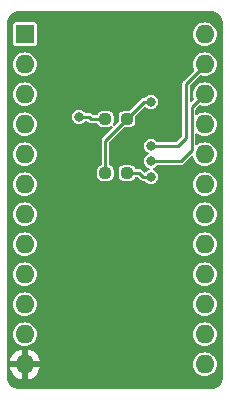
<source format=gbr>
%TF.GenerationSoftware,KiCad,Pcbnew,7.0.7*%
%TF.CreationDate,2025-03-10T13:51:10-04:00*%
%TF.ProjectId,6116 NVRAM,36313136-204e-4565-9241-4d2e6b696361,rev?*%
%TF.SameCoordinates,Original*%
%TF.FileFunction,Copper,L2,Bot*%
%TF.FilePolarity,Positive*%
%FSLAX46Y46*%
G04 Gerber Fmt 4.6, Leading zero omitted, Abs format (unit mm)*
G04 Created by KiCad (PCBNEW 7.0.7) date 2025-03-10 13:51:10*
%MOMM*%
%LPD*%
G01*
G04 APERTURE LIST*
G04 Aperture macros list*
%AMRoundRect*
0 Rectangle with rounded corners*
0 $1 Rounding radius*
0 $2 $3 $4 $5 $6 $7 $8 $9 X,Y pos of 4 corners*
0 Add a 4 corners polygon primitive as box body*
4,1,4,$2,$3,$4,$5,$6,$7,$8,$9,$2,$3,0*
0 Add four circle primitives for the rounded corners*
1,1,$1+$1,$2,$3*
1,1,$1+$1,$4,$5*
1,1,$1+$1,$6,$7*
1,1,$1+$1,$8,$9*
0 Add four rect primitives between the rounded corners*
20,1,$1+$1,$2,$3,$4,$5,0*
20,1,$1+$1,$4,$5,$6,$7,0*
20,1,$1+$1,$6,$7,$8,$9,0*
20,1,$1+$1,$8,$9,$2,$3,0*%
G04 Aperture macros list end*
%TA.AperFunction,SMDPad,CuDef*%
%ADD10RoundRect,0.237500X-0.250000X-0.237500X0.250000X-0.237500X0.250000X0.237500X-0.250000X0.237500X0*%
%TD*%
%TA.AperFunction,SMDPad,CuDef*%
%ADD11RoundRect,0.237500X0.250000X0.237500X-0.250000X0.237500X-0.250000X-0.237500X0.250000X-0.237500X0*%
%TD*%
%TA.AperFunction,ComponentPad*%
%ADD12O,1.600000X1.600000*%
%TD*%
%TA.AperFunction,ComponentPad*%
%ADD13R,1.600000X1.600000*%
%TD*%
%TA.AperFunction,ViaPad*%
%ADD14C,0.800000*%
%TD*%
%TA.AperFunction,Conductor*%
%ADD15C,0.250000*%
%TD*%
G04 APERTURE END LIST*
D10*
%TO.P,R2,2*%
%TO.N,VCC*%
X148844000Y-71628000D03*
%TO.P,R2,1*%
%TO.N,Net-(U1-A12)*%
X147019000Y-71628000D03*
%TD*%
D11*
%TO.P,R1,2*%
%TO.N,VCC*%
X147019000Y-76200000D03*
%TO.P,R1,1*%
%TO.N,Net-(U1-A11)*%
X148844000Y-76200000D03*
%TD*%
D12*
%TO.P,J1,24,Pin_24*%
%TO.N,VCC*%
X155443000Y-64445000D03*
%TO.P,J1,23,Pin_23*%
%TO.N,A_{8}*%
X155443000Y-66985000D03*
%TO.P,J1,22,Pin_22*%
%TO.N,A_{9}*%
X155443000Y-69525000D03*
%TO.P,J1,21,Pin_21*%
%TO.N,~{WE}*%
X155443000Y-72065000D03*
%TO.P,J1,20,Pin_20*%
%TO.N,~{OE}*%
X155443000Y-74605000D03*
%TO.P,J1,19,Pin_19*%
%TO.N,A_{10}*%
X155443000Y-77145000D03*
%TO.P,J1,18,Pin_18*%
%TO.N,~{CS}*%
X155443000Y-79685000D03*
%TO.P,J1,17,Pin_17*%
%TO.N,I{slash}O_{7}*%
X155443000Y-82225000D03*
%TO.P,J1,16,Pin_16*%
%TO.N,I{slash}O_{6}*%
X155443000Y-84765000D03*
%TO.P,J1,15,Pin_15*%
%TO.N,I{slash}O_{5}*%
X155443000Y-87305000D03*
%TO.P,J1,14,Pin_14*%
%TO.N,I{slash}O_{4}*%
X155443000Y-89845000D03*
%TO.P,J1,13,Pin_13*%
%TO.N,I{slash}O_{3}*%
X155443000Y-92385000D03*
%TO.P,J1,12,Pin_12*%
%TO.N,GND*%
X140203000Y-92385000D03*
%TO.P,J1,11,Pin_11*%
%TO.N,I{slash}O_{2}*%
X140203000Y-89845000D03*
%TO.P,J1,10,Pin_10*%
%TO.N,I{slash}O_{1}*%
X140203000Y-87305000D03*
%TO.P,J1,9,Pin_9*%
%TO.N,I{slash}O_{0}*%
X140203000Y-84765000D03*
%TO.P,J1,8,Pin_8*%
%TO.N,A_{0}*%
X140203000Y-82225000D03*
%TO.P,J1,7,Pin_7*%
%TO.N,A_{1}*%
X140203000Y-79685000D03*
%TO.P,J1,6,Pin_6*%
%TO.N,A_{2}*%
X140203000Y-77145000D03*
%TO.P,J1,5,Pin_5*%
%TO.N,A_{3}*%
X140203000Y-74605000D03*
%TO.P,J1,4,Pin_4*%
%TO.N,A_{4}*%
X140203000Y-72065000D03*
%TO.P,J1,3,Pin_3*%
%TO.N,A_{5}*%
X140203000Y-69525000D03*
%TO.P,J1,2,Pin_2*%
%TO.N,A_{6}*%
X140203000Y-66985000D03*
D13*
%TO.P,J1,1,Pin_1*%
%TO.N,A_{7}*%
X140203000Y-64445000D03*
%TD*%
D14*
%TO.N,GND*%
X150368000Y-72136000D03*
X145288000Y-74676000D03*
X147828000Y-77216000D03*
X145288000Y-77216000D03*
X150368000Y-79756000D03*
X145288000Y-79756000D03*
X150368000Y-82296000D03*
X145288000Y-82296000D03*
X150368000Y-87376000D03*
X145288000Y-87376000D03*
X150368000Y-84836000D03*
X145288000Y-84836000D03*
X153924000Y-67056000D03*
X147828000Y-69596000D03*
X147828000Y-84836000D03*
X147828000Y-79756000D03*
X147828000Y-82296000D03*
X147828000Y-87376000D03*
X151892000Y-88900000D03*
X147828000Y-88900000D03*
X143764000Y-88900000D03*
X143764000Y-92964000D03*
X151892000Y-92964000D03*
X147828000Y-92964000D03*
X147828000Y-68072000D03*
X147828000Y-74676000D03*
X143764000Y-68072000D03*
X151892000Y-64516000D03*
X147828000Y-64516000D03*
X143764000Y-64516000D03*
%TO.N,A_{8}*%
X150876000Y-73909701D03*
%TO.N,A_{9}*%
X150876000Y-75184000D03*
%TO.N,VCC*%
X150876000Y-70165000D03*
%TO.N,Net-(U1-A11)*%
X150876000Y-76515000D03*
%TO.N,Net-(U1-A12)*%
X144780000Y-71435000D03*
%TD*%
D15*
%TO.N,VCC*%
X147019000Y-76200000D02*
X147019000Y-73453000D01*
X147019000Y-73453000D02*
X148844000Y-71628000D01*
%TO.N,A_{8}*%
X153868000Y-68636000D02*
X153868000Y-73208000D01*
X153868000Y-73208000D02*
X153166299Y-73909701D01*
X155443000Y-67061000D02*
X153868000Y-68636000D01*
X153166299Y-73909701D02*
X150876000Y-73909701D01*
X155443000Y-66985000D02*
X155443000Y-67061000D01*
%TO.N,A_{9}*%
X153416000Y-75184000D02*
X150876000Y-75184000D01*
X154318000Y-74282000D02*
X153416000Y-75184000D01*
X154318000Y-70650000D02*
X154318000Y-74282000D01*
X155443000Y-69525000D02*
X154318000Y-70650000D01*
%TO.N,Net-(U1-A11)*%
X149860000Y-76200000D02*
X148844000Y-76200000D01*
X150175000Y-76515000D02*
X149860000Y-76200000D01*
X150876000Y-76515000D02*
X150175000Y-76515000D01*
%TO.N,VCC*%
X150307000Y-70165000D02*
X148844000Y-71628000D01*
X150876000Y-70165000D02*
X150307000Y-70165000D01*
%TO.N,Net-(U1-A12)*%
X145796000Y-71628000D02*
X147019000Y-71628000D01*
X145603000Y-71435000D02*
X145796000Y-71628000D01*
X144780000Y-71435000D02*
X145603000Y-71435000D01*
%TD*%
%TA.AperFunction,Conductor*%
%TO.N,GND*%
G36*
X155958138Y-62484687D02*
G01*
X156001477Y-62488478D01*
X156132768Y-62501410D01*
X156148656Y-62504300D01*
X156218267Y-62522951D01*
X156315105Y-62552328D01*
X156328151Y-62557320D01*
X156398575Y-62590159D01*
X156400913Y-62591328D01*
X156487476Y-62637597D01*
X156492512Y-62640690D01*
X156560689Y-62688428D01*
X156563694Y-62690709D01*
X156638120Y-62751789D01*
X156641721Y-62755053D01*
X156700945Y-62814277D01*
X156704209Y-62817878D01*
X156765289Y-62892304D01*
X156767574Y-62895315D01*
X156815302Y-62963477D01*
X156818407Y-62968532D01*
X156864650Y-63055045D01*
X156865854Y-63057454D01*
X156898672Y-63127833D01*
X156903681Y-63140925D01*
X156933055Y-63237759D01*
X156951695Y-63307326D01*
X156954591Y-63323245D01*
X156967523Y-63454547D01*
X156967911Y-63458975D01*
X156971312Y-63497859D01*
X156971500Y-63502160D01*
X156971500Y-93469839D01*
X156971312Y-93474141D01*
X156968998Y-93500587D01*
X156967523Y-93517452D01*
X156954591Y-93648753D01*
X156951695Y-93664671D01*
X156933055Y-93734240D01*
X156903681Y-93831073D01*
X156898668Y-93844176D01*
X156865857Y-93914538D01*
X156864650Y-93916953D01*
X156818412Y-94003458D01*
X156815302Y-94008521D01*
X156767574Y-94076683D01*
X156765289Y-94079694D01*
X156704209Y-94154120D01*
X156700945Y-94157721D01*
X156641721Y-94216945D01*
X156638120Y-94220209D01*
X156563694Y-94281289D01*
X156560683Y-94283574D01*
X156492521Y-94331302D01*
X156487458Y-94334412D01*
X156400953Y-94380650D01*
X156398538Y-94381857D01*
X156328176Y-94414668D01*
X156315073Y-94419681D01*
X156218240Y-94449055D01*
X156148671Y-94467695D01*
X156132753Y-94470591D01*
X156001452Y-94483523D01*
X155958157Y-94487311D01*
X155953841Y-94487500D01*
X139702160Y-94487500D01*
X139697859Y-94487312D01*
X139667732Y-94484676D01*
X139654547Y-94483523D01*
X139523245Y-94470591D01*
X139507326Y-94467695D01*
X139437759Y-94449055D01*
X139423985Y-94444876D01*
X139340922Y-94419679D01*
X139327833Y-94414672D01*
X139257454Y-94381854D01*
X139255057Y-94380656D01*
X139168532Y-94334407D01*
X139163477Y-94331302D01*
X139095315Y-94283574D01*
X139092304Y-94281289D01*
X139017878Y-94220209D01*
X139014277Y-94216945D01*
X138955053Y-94157721D01*
X138951789Y-94154120D01*
X138890709Y-94079694D01*
X138888424Y-94076683D01*
X138840690Y-94008512D01*
X138837597Y-94003476D01*
X138791328Y-93916913D01*
X138790159Y-93914575D01*
X138757320Y-93844151D01*
X138752328Y-93831105D01*
X138722951Y-93734267D01*
X138704300Y-93664656D01*
X138701410Y-93648768D01*
X138688477Y-93517452D01*
X138684687Y-93474139D01*
X138684500Y-93469842D01*
X138684500Y-92635000D01*
X138924128Y-92635000D01*
X138976733Y-92831323D01*
X139072865Y-93037481D01*
X139203334Y-93223811D01*
X139364188Y-93384665D01*
X139550518Y-93515134D01*
X139756676Y-93611266D01*
X139953000Y-93663872D01*
X139953000Y-92865859D01*
X139971907Y-92807668D01*
X140021407Y-92771704D01*
X140069720Y-92771704D01*
X140070157Y-92768946D01*
X140077851Y-92770164D01*
X140077852Y-92770165D01*
X140106378Y-92774682D01*
X140171516Y-92785000D01*
X140171519Y-92785000D01*
X140234484Y-92785000D01*
X140299621Y-92774682D01*
X140328148Y-92770165D01*
X140328148Y-92770164D01*
X140335843Y-92768946D01*
X140336280Y-92771707D01*
X140384578Y-92771700D01*
X140434084Y-92807656D01*
X140453000Y-92865843D01*
X140453000Y-93663871D01*
X140649323Y-93611266D01*
X140855481Y-93515134D01*
X141041811Y-93384665D01*
X141202665Y-93223811D01*
X141333134Y-93037481D01*
X141429266Y-92831323D01*
X141481872Y-92635000D01*
X140683860Y-92635000D01*
X140625669Y-92616093D01*
X140589705Y-92566593D01*
X140589701Y-92518279D01*
X140586946Y-92517843D01*
X140607986Y-92385003D01*
X154437659Y-92385003D01*
X154456974Y-92581126D01*
X154456975Y-92581129D01*
X154514187Y-92769730D01*
X154514188Y-92769732D01*
X154585218Y-92902618D01*
X154607090Y-92943538D01*
X154607092Y-92943540D01*
X154607093Y-92943542D01*
X154732112Y-93095878D01*
X154732121Y-93095887D01*
X154884457Y-93220906D01*
X154884462Y-93220910D01*
X155058273Y-93313814D01*
X155246868Y-93371024D01*
X155246870Y-93371024D01*
X155246873Y-93371025D01*
X155442997Y-93390341D01*
X155443000Y-93390341D01*
X155443003Y-93390341D01*
X155639126Y-93371025D01*
X155639127Y-93371024D01*
X155639132Y-93371024D01*
X155827727Y-93313814D01*
X156001538Y-93220910D01*
X156153883Y-93095883D01*
X156278910Y-92943538D01*
X156371814Y-92769727D01*
X156429024Y-92581132D01*
X156430455Y-92566610D01*
X156448341Y-92385003D01*
X156448341Y-92384996D01*
X156429025Y-92188873D01*
X156429024Y-92188870D01*
X156429024Y-92188868D01*
X156371814Y-92000273D01*
X156370758Y-91998298D01*
X156320430Y-91904140D01*
X156278910Y-91826462D01*
X156201812Y-91732518D01*
X156153887Y-91674121D01*
X156153878Y-91674112D01*
X156001542Y-91549093D01*
X156001540Y-91549092D01*
X156001538Y-91549090D01*
X155960618Y-91527218D01*
X155827732Y-91456188D01*
X155827730Y-91456187D01*
X155639129Y-91398975D01*
X155639126Y-91398974D01*
X155443003Y-91379659D01*
X155442997Y-91379659D01*
X155246873Y-91398974D01*
X155246870Y-91398975D01*
X155058269Y-91456187D01*
X155058267Y-91456188D01*
X154884467Y-91549087D01*
X154884457Y-91549093D01*
X154732121Y-91674112D01*
X154732112Y-91674121D01*
X154607093Y-91826457D01*
X154607087Y-91826467D01*
X154514188Y-92000267D01*
X154514187Y-92000269D01*
X154456975Y-92188870D01*
X154456974Y-92188873D01*
X154437659Y-92384996D01*
X154437659Y-92385003D01*
X140607986Y-92385003D01*
X140607986Y-92385000D01*
X140607986Y-92384999D01*
X140586946Y-92252157D01*
X140589702Y-92251720D01*
X140589711Y-92203390D01*
X140625684Y-92153897D01*
X140683860Y-92135000D01*
X141481872Y-92135000D01*
X141429266Y-91938676D01*
X141333134Y-91732518D01*
X141202665Y-91546188D01*
X141041811Y-91385334D01*
X140855481Y-91254865D01*
X140649323Y-91158732D01*
X140453000Y-91106127D01*
X140453000Y-91904140D01*
X140434093Y-91962331D01*
X140384593Y-91998295D01*
X140336279Y-91998298D01*
X140335843Y-92001054D01*
X140328148Y-91999835D01*
X140299621Y-91995317D01*
X140234484Y-91985000D01*
X140234481Y-91985000D01*
X140171519Y-91985000D01*
X140171516Y-91985000D01*
X140106378Y-91995317D01*
X140077852Y-91999835D01*
X140077851Y-91999835D01*
X140070157Y-92001054D01*
X140069720Y-91998297D01*
X140021390Y-91998289D01*
X139971897Y-91962316D01*
X139953000Y-91904140D01*
X139953000Y-91106127D01*
X139756676Y-91158732D01*
X139550518Y-91254865D01*
X139364188Y-91385334D01*
X139203334Y-91546188D01*
X139072865Y-91732518D01*
X138976733Y-91938676D01*
X138924128Y-92135000D01*
X139722140Y-92135000D01*
X139780331Y-92153907D01*
X139816295Y-92203407D01*
X139816298Y-92251720D01*
X139819054Y-92252157D01*
X139798014Y-92384999D01*
X139798014Y-92385000D01*
X139819054Y-92517843D01*
X139816297Y-92518279D01*
X139816289Y-92566610D01*
X139780316Y-92616103D01*
X139722140Y-92635000D01*
X138924128Y-92635000D01*
X138684500Y-92635000D01*
X138684500Y-89845003D01*
X139197659Y-89845003D01*
X139216974Y-90041126D01*
X139216975Y-90041129D01*
X139274187Y-90229730D01*
X139274188Y-90229732D01*
X139345218Y-90362618D01*
X139367090Y-90403538D01*
X139367092Y-90403540D01*
X139367093Y-90403542D01*
X139492112Y-90555878D01*
X139492121Y-90555887D01*
X139644457Y-90680906D01*
X139644462Y-90680910D01*
X139818273Y-90773814D01*
X140006868Y-90831024D01*
X140006870Y-90831024D01*
X140006873Y-90831025D01*
X140202997Y-90850341D01*
X140203000Y-90850341D01*
X140203003Y-90850341D01*
X140399126Y-90831025D01*
X140399127Y-90831024D01*
X140399132Y-90831024D01*
X140587727Y-90773814D01*
X140761538Y-90680910D01*
X140913883Y-90555883D01*
X141038910Y-90403538D01*
X141131814Y-90229727D01*
X141189024Y-90041132D01*
X141208341Y-89845003D01*
X154437659Y-89845003D01*
X154456974Y-90041126D01*
X154456975Y-90041129D01*
X154514187Y-90229730D01*
X154514188Y-90229732D01*
X154585218Y-90362618D01*
X154607090Y-90403538D01*
X154607092Y-90403540D01*
X154607093Y-90403542D01*
X154732112Y-90555878D01*
X154732121Y-90555887D01*
X154884457Y-90680906D01*
X154884462Y-90680910D01*
X155058273Y-90773814D01*
X155246868Y-90831024D01*
X155246870Y-90831024D01*
X155246873Y-90831025D01*
X155442997Y-90850341D01*
X155443000Y-90850341D01*
X155443003Y-90850341D01*
X155639126Y-90831025D01*
X155639127Y-90831024D01*
X155639132Y-90831024D01*
X155827727Y-90773814D01*
X156001538Y-90680910D01*
X156153883Y-90555883D01*
X156278910Y-90403538D01*
X156371814Y-90229727D01*
X156429024Y-90041132D01*
X156448341Y-89845000D01*
X156448341Y-89844996D01*
X156429025Y-89648873D01*
X156429024Y-89648870D01*
X156429024Y-89648868D01*
X156371814Y-89460273D01*
X156278910Y-89286462D01*
X156278906Y-89286457D01*
X156153887Y-89134121D01*
X156153878Y-89134112D01*
X156001542Y-89009093D01*
X156001540Y-89009092D01*
X156001538Y-89009090D01*
X155960618Y-88987218D01*
X155827732Y-88916188D01*
X155827730Y-88916187D01*
X155639129Y-88858975D01*
X155639126Y-88858974D01*
X155443003Y-88839659D01*
X155442997Y-88839659D01*
X155246873Y-88858974D01*
X155246870Y-88858975D01*
X155058269Y-88916187D01*
X155058267Y-88916188D01*
X154884467Y-89009087D01*
X154884457Y-89009093D01*
X154732121Y-89134112D01*
X154732112Y-89134121D01*
X154607093Y-89286457D01*
X154607087Y-89286467D01*
X154514188Y-89460267D01*
X154514187Y-89460269D01*
X154456975Y-89648870D01*
X154456974Y-89648873D01*
X154437659Y-89844996D01*
X154437659Y-89845003D01*
X141208341Y-89845003D01*
X141208341Y-89845000D01*
X141208341Y-89844996D01*
X141189025Y-89648873D01*
X141189024Y-89648870D01*
X141189024Y-89648868D01*
X141131814Y-89460273D01*
X141038910Y-89286462D01*
X141038906Y-89286457D01*
X140913887Y-89134121D01*
X140913878Y-89134112D01*
X140761542Y-89009093D01*
X140761540Y-89009092D01*
X140761538Y-89009090D01*
X140720618Y-88987218D01*
X140587732Y-88916188D01*
X140587730Y-88916187D01*
X140399129Y-88858975D01*
X140399126Y-88858974D01*
X140203003Y-88839659D01*
X140202997Y-88839659D01*
X140006873Y-88858974D01*
X140006870Y-88858975D01*
X139818269Y-88916187D01*
X139818267Y-88916188D01*
X139644467Y-89009087D01*
X139644457Y-89009093D01*
X139492121Y-89134112D01*
X139492112Y-89134121D01*
X139367093Y-89286457D01*
X139367087Y-89286467D01*
X139274188Y-89460267D01*
X139274187Y-89460269D01*
X139216975Y-89648870D01*
X139216974Y-89648873D01*
X139197659Y-89844996D01*
X139197659Y-89845003D01*
X138684500Y-89845003D01*
X138684500Y-87305003D01*
X139197659Y-87305003D01*
X139216974Y-87501126D01*
X139216975Y-87501129D01*
X139274187Y-87689730D01*
X139274188Y-87689732D01*
X139345218Y-87822618D01*
X139367090Y-87863538D01*
X139367092Y-87863540D01*
X139367093Y-87863542D01*
X139492112Y-88015878D01*
X139492121Y-88015887D01*
X139644457Y-88140906D01*
X139644462Y-88140910D01*
X139818273Y-88233814D01*
X140006868Y-88291024D01*
X140006870Y-88291024D01*
X140006873Y-88291025D01*
X140202997Y-88310341D01*
X140203000Y-88310341D01*
X140203003Y-88310341D01*
X140399126Y-88291025D01*
X140399127Y-88291024D01*
X140399132Y-88291024D01*
X140587727Y-88233814D01*
X140761538Y-88140910D01*
X140913883Y-88015883D01*
X141038910Y-87863538D01*
X141131814Y-87689727D01*
X141189024Y-87501132D01*
X141208341Y-87305003D01*
X154437659Y-87305003D01*
X154456974Y-87501126D01*
X154456975Y-87501129D01*
X154514187Y-87689730D01*
X154514188Y-87689732D01*
X154585218Y-87822618D01*
X154607090Y-87863538D01*
X154607092Y-87863540D01*
X154607093Y-87863542D01*
X154732112Y-88015878D01*
X154732121Y-88015887D01*
X154884457Y-88140906D01*
X154884462Y-88140910D01*
X155058273Y-88233814D01*
X155246868Y-88291024D01*
X155246870Y-88291024D01*
X155246873Y-88291025D01*
X155442997Y-88310341D01*
X155443000Y-88310341D01*
X155443003Y-88310341D01*
X155639126Y-88291025D01*
X155639127Y-88291024D01*
X155639132Y-88291024D01*
X155827727Y-88233814D01*
X156001538Y-88140910D01*
X156153883Y-88015883D01*
X156278910Y-87863538D01*
X156371814Y-87689727D01*
X156429024Y-87501132D01*
X156448341Y-87305000D01*
X156448341Y-87304996D01*
X156429025Y-87108873D01*
X156429024Y-87108870D01*
X156429024Y-87108868D01*
X156371814Y-86920273D01*
X156278910Y-86746462D01*
X156278906Y-86746457D01*
X156153887Y-86594121D01*
X156153878Y-86594112D01*
X156001542Y-86469093D01*
X156001540Y-86469092D01*
X156001538Y-86469090D01*
X155960618Y-86447218D01*
X155827732Y-86376188D01*
X155827730Y-86376187D01*
X155639129Y-86318975D01*
X155639126Y-86318974D01*
X155443003Y-86299659D01*
X155442997Y-86299659D01*
X155246873Y-86318974D01*
X155246870Y-86318975D01*
X155058269Y-86376187D01*
X155058267Y-86376188D01*
X154884467Y-86469087D01*
X154884457Y-86469093D01*
X154732121Y-86594112D01*
X154732112Y-86594121D01*
X154607093Y-86746457D01*
X154607087Y-86746467D01*
X154514188Y-86920267D01*
X154514187Y-86920269D01*
X154456975Y-87108870D01*
X154456974Y-87108873D01*
X154437659Y-87304996D01*
X154437659Y-87305003D01*
X141208341Y-87305003D01*
X141208341Y-87305000D01*
X141208341Y-87304996D01*
X141189025Y-87108873D01*
X141189024Y-87108870D01*
X141189024Y-87108868D01*
X141131814Y-86920273D01*
X141038910Y-86746462D01*
X141038906Y-86746457D01*
X140913887Y-86594121D01*
X140913878Y-86594112D01*
X140761542Y-86469093D01*
X140761540Y-86469092D01*
X140761538Y-86469090D01*
X140720618Y-86447218D01*
X140587732Y-86376188D01*
X140587730Y-86376187D01*
X140399129Y-86318975D01*
X140399126Y-86318974D01*
X140203003Y-86299659D01*
X140202997Y-86299659D01*
X140006873Y-86318974D01*
X140006870Y-86318975D01*
X139818269Y-86376187D01*
X139818267Y-86376188D01*
X139644467Y-86469087D01*
X139644457Y-86469093D01*
X139492121Y-86594112D01*
X139492112Y-86594121D01*
X139367093Y-86746457D01*
X139367087Y-86746467D01*
X139274188Y-86920267D01*
X139274187Y-86920269D01*
X139216975Y-87108870D01*
X139216974Y-87108873D01*
X139197659Y-87304996D01*
X139197659Y-87305003D01*
X138684500Y-87305003D01*
X138684500Y-84765003D01*
X139197659Y-84765003D01*
X139216974Y-84961126D01*
X139216975Y-84961129D01*
X139274187Y-85149730D01*
X139274188Y-85149732D01*
X139345218Y-85282618D01*
X139367090Y-85323538D01*
X139367092Y-85323540D01*
X139367093Y-85323542D01*
X139492112Y-85475878D01*
X139492121Y-85475887D01*
X139644457Y-85600906D01*
X139644462Y-85600910D01*
X139818273Y-85693814D01*
X140006868Y-85751024D01*
X140006870Y-85751024D01*
X140006873Y-85751025D01*
X140202997Y-85770341D01*
X140203000Y-85770341D01*
X140203003Y-85770341D01*
X140399126Y-85751025D01*
X140399127Y-85751024D01*
X140399132Y-85751024D01*
X140587727Y-85693814D01*
X140761538Y-85600910D01*
X140913883Y-85475883D01*
X141038910Y-85323538D01*
X141131814Y-85149727D01*
X141189024Y-84961132D01*
X141208341Y-84765003D01*
X154437659Y-84765003D01*
X154456974Y-84961126D01*
X154456975Y-84961129D01*
X154514187Y-85149730D01*
X154514188Y-85149732D01*
X154585218Y-85282618D01*
X154607090Y-85323538D01*
X154607092Y-85323540D01*
X154607093Y-85323542D01*
X154732112Y-85475878D01*
X154732121Y-85475887D01*
X154884457Y-85600906D01*
X154884462Y-85600910D01*
X155058273Y-85693814D01*
X155246868Y-85751024D01*
X155246870Y-85751024D01*
X155246873Y-85751025D01*
X155442997Y-85770341D01*
X155443000Y-85770341D01*
X155443003Y-85770341D01*
X155639126Y-85751025D01*
X155639127Y-85751024D01*
X155639132Y-85751024D01*
X155827727Y-85693814D01*
X156001538Y-85600910D01*
X156153883Y-85475883D01*
X156278910Y-85323538D01*
X156371814Y-85149727D01*
X156429024Y-84961132D01*
X156448341Y-84765000D01*
X156448341Y-84764996D01*
X156429025Y-84568873D01*
X156429024Y-84568870D01*
X156429024Y-84568868D01*
X156371814Y-84380273D01*
X156278910Y-84206462D01*
X156278906Y-84206457D01*
X156153887Y-84054121D01*
X156153878Y-84054112D01*
X156001542Y-83929093D01*
X156001540Y-83929092D01*
X156001538Y-83929090D01*
X155960618Y-83907218D01*
X155827732Y-83836188D01*
X155827730Y-83836187D01*
X155639129Y-83778975D01*
X155639126Y-83778974D01*
X155443003Y-83759659D01*
X155442997Y-83759659D01*
X155246873Y-83778974D01*
X155246870Y-83778975D01*
X155058269Y-83836187D01*
X155058267Y-83836188D01*
X154884467Y-83929087D01*
X154884457Y-83929093D01*
X154732121Y-84054112D01*
X154732112Y-84054121D01*
X154607093Y-84206457D01*
X154607087Y-84206467D01*
X154514188Y-84380267D01*
X154514187Y-84380269D01*
X154456975Y-84568870D01*
X154456974Y-84568873D01*
X154437659Y-84764996D01*
X154437659Y-84765003D01*
X141208341Y-84765003D01*
X141208341Y-84765000D01*
X141208341Y-84764996D01*
X141189025Y-84568873D01*
X141189024Y-84568870D01*
X141189024Y-84568868D01*
X141131814Y-84380273D01*
X141038910Y-84206462D01*
X141038906Y-84206457D01*
X140913887Y-84054121D01*
X140913878Y-84054112D01*
X140761542Y-83929093D01*
X140761540Y-83929092D01*
X140761538Y-83929090D01*
X140720618Y-83907218D01*
X140587732Y-83836188D01*
X140587730Y-83836187D01*
X140399129Y-83778975D01*
X140399126Y-83778974D01*
X140203003Y-83759659D01*
X140202997Y-83759659D01*
X140006873Y-83778974D01*
X140006870Y-83778975D01*
X139818269Y-83836187D01*
X139818267Y-83836188D01*
X139644467Y-83929087D01*
X139644457Y-83929093D01*
X139492121Y-84054112D01*
X139492112Y-84054121D01*
X139367093Y-84206457D01*
X139367087Y-84206467D01*
X139274188Y-84380267D01*
X139274187Y-84380269D01*
X139216975Y-84568870D01*
X139216974Y-84568873D01*
X139197659Y-84764996D01*
X139197659Y-84765003D01*
X138684500Y-84765003D01*
X138684500Y-82225003D01*
X139197659Y-82225003D01*
X139216974Y-82421126D01*
X139216975Y-82421129D01*
X139274187Y-82609730D01*
X139274188Y-82609732D01*
X139345218Y-82742618D01*
X139367090Y-82783538D01*
X139367092Y-82783540D01*
X139367093Y-82783542D01*
X139492112Y-82935878D01*
X139492121Y-82935887D01*
X139644457Y-83060906D01*
X139644462Y-83060910D01*
X139818273Y-83153814D01*
X140006868Y-83211024D01*
X140006870Y-83211024D01*
X140006873Y-83211025D01*
X140202997Y-83230341D01*
X140203000Y-83230341D01*
X140203003Y-83230341D01*
X140399126Y-83211025D01*
X140399127Y-83211024D01*
X140399132Y-83211024D01*
X140587727Y-83153814D01*
X140761538Y-83060910D01*
X140913883Y-82935883D01*
X141038910Y-82783538D01*
X141131814Y-82609727D01*
X141189024Y-82421132D01*
X141208341Y-82225003D01*
X154437659Y-82225003D01*
X154456974Y-82421126D01*
X154456975Y-82421129D01*
X154514187Y-82609730D01*
X154514188Y-82609732D01*
X154585218Y-82742618D01*
X154607090Y-82783538D01*
X154607092Y-82783540D01*
X154607093Y-82783542D01*
X154732112Y-82935878D01*
X154732121Y-82935887D01*
X154884457Y-83060906D01*
X154884462Y-83060910D01*
X155058273Y-83153814D01*
X155246868Y-83211024D01*
X155246870Y-83211024D01*
X155246873Y-83211025D01*
X155442997Y-83230341D01*
X155443000Y-83230341D01*
X155443003Y-83230341D01*
X155639126Y-83211025D01*
X155639127Y-83211024D01*
X155639132Y-83211024D01*
X155827727Y-83153814D01*
X156001538Y-83060910D01*
X156153883Y-82935883D01*
X156278910Y-82783538D01*
X156371814Y-82609727D01*
X156429024Y-82421132D01*
X156448341Y-82225000D01*
X156448341Y-82224996D01*
X156429025Y-82028873D01*
X156429024Y-82028870D01*
X156429024Y-82028868D01*
X156371814Y-81840273D01*
X156278910Y-81666462D01*
X156278906Y-81666457D01*
X156153887Y-81514121D01*
X156153878Y-81514112D01*
X156001542Y-81389093D01*
X156001540Y-81389092D01*
X156001538Y-81389090D01*
X155960618Y-81367218D01*
X155827732Y-81296188D01*
X155827730Y-81296187D01*
X155639129Y-81238975D01*
X155639126Y-81238974D01*
X155443003Y-81219659D01*
X155442997Y-81219659D01*
X155246873Y-81238974D01*
X155246870Y-81238975D01*
X155058269Y-81296187D01*
X155058267Y-81296188D01*
X154884467Y-81389087D01*
X154884457Y-81389093D01*
X154732121Y-81514112D01*
X154732112Y-81514121D01*
X154607093Y-81666457D01*
X154607087Y-81666467D01*
X154514188Y-81840267D01*
X154514187Y-81840269D01*
X154456975Y-82028870D01*
X154456974Y-82028873D01*
X154437659Y-82224996D01*
X154437659Y-82225003D01*
X141208341Y-82225003D01*
X141208341Y-82225000D01*
X141208341Y-82224996D01*
X141189025Y-82028873D01*
X141189024Y-82028870D01*
X141189024Y-82028868D01*
X141131814Y-81840273D01*
X141038910Y-81666462D01*
X141038906Y-81666457D01*
X140913887Y-81514121D01*
X140913878Y-81514112D01*
X140761542Y-81389093D01*
X140761540Y-81389092D01*
X140761538Y-81389090D01*
X140720618Y-81367218D01*
X140587732Y-81296188D01*
X140587730Y-81296187D01*
X140399129Y-81238975D01*
X140399126Y-81238974D01*
X140203003Y-81219659D01*
X140202997Y-81219659D01*
X140006873Y-81238974D01*
X140006870Y-81238975D01*
X139818269Y-81296187D01*
X139818267Y-81296188D01*
X139644467Y-81389087D01*
X139644457Y-81389093D01*
X139492121Y-81514112D01*
X139492112Y-81514121D01*
X139367093Y-81666457D01*
X139367087Y-81666467D01*
X139274188Y-81840267D01*
X139274187Y-81840269D01*
X139216975Y-82028870D01*
X139216974Y-82028873D01*
X139197659Y-82224996D01*
X139197659Y-82225003D01*
X138684500Y-82225003D01*
X138684500Y-79685003D01*
X139197659Y-79685003D01*
X139216974Y-79881126D01*
X139216975Y-79881129D01*
X139274187Y-80069730D01*
X139274188Y-80069732D01*
X139345218Y-80202618D01*
X139367090Y-80243538D01*
X139367092Y-80243540D01*
X139367093Y-80243542D01*
X139492112Y-80395878D01*
X139492121Y-80395887D01*
X139644457Y-80520906D01*
X139644462Y-80520910D01*
X139818273Y-80613814D01*
X140006868Y-80671024D01*
X140006870Y-80671024D01*
X140006873Y-80671025D01*
X140202997Y-80690341D01*
X140203000Y-80690341D01*
X140203003Y-80690341D01*
X140399126Y-80671025D01*
X140399127Y-80671024D01*
X140399132Y-80671024D01*
X140587727Y-80613814D01*
X140761538Y-80520910D01*
X140913883Y-80395883D01*
X141038910Y-80243538D01*
X141131814Y-80069727D01*
X141189024Y-79881132D01*
X141208341Y-79685003D01*
X154437659Y-79685003D01*
X154456974Y-79881126D01*
X154456975Y-79881129D01*
X154514187Y-80069730D01*
X154514188Y-80069732D01*
X154585218Y-80202618D01*
X154607090Y-80243538D01*
X154607092Y-80243540D01*
X154607093Y-80243542D01*
X154732112Y-80395878D01*
X154732121Y-80395887D01*
X154884457Y-80520906D01*
X154884462Y-80520910D01*
X155058273Y-80613814D01*
X155246868Y-80671024D01*
X155246870Y-80671024D01*
X155246873Y-80671025D01*
X155442997Y-80690341D01*
X155443000Y-80690341D01*
X155443003Y-80690341D01*
X155639126Y-80671025D01*
X155639127Y-80671024D01*
X155639132Y-80671024D01*
X155827727Y-80613814D01*
X156001538Y-80520910D01*
X156153883Y-80395883D01*
X156278910Y-80243538D01*
X156371814Y-80069727D01*
X156429024Y-79881132D01*
X156448341Y-79685000D01*
X156448341Y-79684996D01*
X156429025Y-79488873D01*
X156429024Y-79488870D01*
X156429024Y-79488868D01*
X156371814Y-79300273D01*
X156278910Y-79126462D01*
X156278906Y-79126457D01*
X156153887Y-78974121D01*
X156153878Y-78974112D01*
X156001542Y-78849093D01*
X156001540Y-78849092D01*
X156001538Y-78849090D01*
X155960618Y-78827218D01*
X155827732Y-78756188D01*
X155827730Y-78756187D01*
X155639129Y-78698975D01*
X155639126Y-78698974D01*
X155443003Y-78679659D01*
X155442997Y-78679659D01*
X155246873Y-78698974D01*
X155246870Y-78698975D01*
X155058269Y-78756187D01*
X155058267Y-78756188D01*
X154884467Y-78849087D01*
X154884457Y-78849093D01*
X154732121Y-78974112D01*
X154732112Y-78974121D01*
X154607093Y-79126457D01*
X154607087Y-79126467D01*
X154514188Y-79300267D01*
X154514187Y-79300269D01*
X154456975Y-79488870D01*
X154456974Y-79488873D01*
X154437659Y-79684996D01*
X154437659Y-79685003D01*
X141208341Y-79685003D01*
X141208341Y-79685000D01*
X141208341Y-79684996D01*
X141189025Y-79488873D01*
X141189024Y-79488870D01*
X141189024Y-79488868D01*
X141131814Y-79300273D01*
X141038910Y-79126462D01*
X141038906Y-79126457D01*
X140913887Y-78974121D01*
X140913878Y-78974112D01*
X140761542Y-78849093D01*
X140761540Y-78849092D01*
X140761538Y-78849090D01*
X140720618Y-78827218D01*
X140587732Y-78756188D01*
X140587730Y-78756187D01*
X140399129Y-78698975D01*
X140399126Y-78698974D01*
X140203003Y-78679659D01*
X140202997Y-78679659D01*
X140006873Y-78698974D01*
X140006870Y-78698975D01*
X139818269Y-78756187D01*
X139818267Y-78756188D01*
X139644467Y-78849087D01*
X139644457Y-78849093D01*
X139492121Y-78974112D01*
X139492112Y-78974121D01*
X139367093Y-79126457D01*
X139367087Y-79126467D01*
X139274188Y-79300267D01*
X139274187Y-79300269D01*
X139216975Y-79488870D01*
X139216974Y-79488873D01*
X139197659Y-79684996D01*
X139197659Y-79685003D01*
X138684500Y-79685003D01*
X138684500Y-77145003D01*
X139197659Y-77145003D01*
X139216974Y-77341126D01*
X139216975Y-77341129D01*
X139274187Y-77529730D01*
X139274188Y-77529732D01*
X139345218Y-77662618D01*
X139367090Y-77703538D01*
X139367092Y-77703540D01*
X139367093Y-77703542D01*
X139492112Y-77855878D01*
X139492121Y-77855887D01*
X139644457Y-77980906D01*
X139644462Y-77980910D01*
X139818273Y-78073814D01*
X140006868Y-78131024D01*
X140006870Y-78131024D01*
X140006873Y-78131025D01*
X140202997Y-78150341D01*
X140203000Y-78150341D01*
X140203003Y-78150341D01*
X140399126Y-78131025D01*
X140399127Y-78131024D01*
X140399132Y-78131024D01*
X140587727Y-78073814D01*
X140761538Y-77980910D01*
X140913883Y-77855883D01*
X141038910Y-77703538D01*
X141131814Y-77529727D01*
X141189024Y-77341132D01*
X141208341Y-77145003D01*
X154437659Y-77145003D01*
X154456974Y-77341126D01*
X154456975Y-77341129D01*
X154514187Y-77529730D01*
X154514188Y-77529732D01*
X154585218Y-77662618D01*
X154607090Y-77703538D01*
X154607092Y-77703540D01*
X154607093Y-77703542D01*
X154732112Y-77855878D01*
X154732121Y-77855887D01*
X154884457Y-77980906D01*
X154884462Y-77980910D01*
X155058273Y-78073814D01*
X155246868Y-78131024D01*
X155246870Y-78131024D01*
X155246873Y-78131025D01*
X155442997Y-78150341D01*
X155443000Y-78150341D01*
X155443003Y-78150341D01*
X155639126Y-78131025D01*
X155639127Y-78131024D01*
X155639132Y-78131024D01*
X155827727Y-78073814D01*
X156001538Y-77980910D01*
X156153883Y-77855883D01*
X156278910Y-77703538D01*
X156371814Y-77529727D01*
X156429024Y-77341132D01*
X156448341Y-77145000D01*
X156445946Y-77120682D01*
X156429025Y-76948873D01*
X156429024Y-76948870D01*
X156429024Y-76948868D01*
X156371814Y-76760273D01*
X156278910Y-76586462D01*
X156228880Y-76525500D01*
X156153887Y-76434121D01*
X156153878Y-76434112D01*
X156001542Y-76309093D01*
X156001540Y-76309092D01*
X156001538Y-76309090D01*
X155960618Y-76287218D01*
X155827732Y-76216188D01*
X155827730Y-76216187D01*
X155639129Y-76158975D01*
X155639126Y-76158974D01*
X155443003Y-76139659D01*
X155442997Y-76139659D01*
X155246873Y-76158974D01*
X155246870Y-76158975D01*
X155058269Y-76216187D01*
X155058267Y-76216188D01*
X154884467Y-76309087D01*
X154884457Y-76309093D01*
X154732121Y-76434112D01*
X154732112Y-76434121D01*
X154607093Y-76586457D01*
X154607087Y-76586467D01*
X154514188Y-76760267D01*
X154514187Y-76760269D01*
X154456975Y-76948870D01*
X154456974Y-76948873D01*
X154437659Y-77144996D01*
X154437659Y-77145003D01*
X141208341Y-77145003D01*
X141208341Y-77145000D01*
X141205946Y-77120682D01*
X141189025Y-76948873D01*
X141189024Y-76948870D01*
X141189024Y-76948868D01*
X141131814Y-76760273D01*
X141038910Y-76586462D01*
X140988880Y-76525500D01*
X140913887Y-76434121D01*
X140913878Y-76434112D01*
X140761542Y-76309093D01*
X140761540Y-76309092D01*
X140761538Y-76309090D01*
X140720618Y-76287218D01*
X140587732Y-76216188D01*
X140587730Y-76216187D01*
X140399129Y-76158975D01*
X140399126Y-76158974D01*
X140203003Y-76139659D01*
X140202997Y-76139659D01*
X140006873Y-76158974D01*
X140006870Y-76158975D01*
X139818269Y-76216187D01*
X139818267Y-76216188D01*
X139644467Y-76309087D01*
X139644457Y-76309093D01*
X139492121Y-76434112D01*
X139492112Y-76434121D01*
X139367093Y-76586457D01*
X139367087Y-76586467D01*
X139274188Y-76760267D01*
X139274187Y-76760269D01*
X139216975Y-76948870D01*
X139216974Y-76948873D01*
X139197659Y-77144996D01*
X139197659Y-77145003D01*
X138684500Y-77145003D01*
X138684500Y-74605003D01*
X139197659Y-74605003D01*
X139216974Y-74801126D01*
X139216975Y-74801129D01*
X139274187Y-74989730D01*
X139274188Y-74989732D01*
X139345218Y-75122618D01*
X139367090Y-75163538D01*
X139367092Y-75163540D01*
X139367093Y-75163542D01*
X139492112Y-75315878D01*
X139492121Y-75315887D01*
X139599621Y-75404110D01*
X139644462Y-75440910D01*
X139777353Y-75511942D01*
X139806037Y-75527274D01*
X139818273Y-75533814D01*
X140006868Y-75591024D01*
X140006870Y-75591024D01*
X140006873Y-75591025D01*
X140202997Y-75610341D01*
X140203000Y-75610341D01*
X140203003Y-75610341D01*
X140399126Y-75591025D01*
X140399127Y-75591024D01*
X140399132Y-75591024D01*
X140587727Y-75533814D01*
X140761538Y-75440910D01*
X140913883Y-75315883D01*
X141038910Y-75163538D01*
X141131814Y-74989727D01*
X141189024Y-74801132D01*
X141193497Y-74755723D01*
X141208341Y-74605003D01*
X141208341Y-74604996D01*
X141189025Y-74408873D01*
X141189024Y-74408870D01*
X141189024Y-74408868D01*
X141131814Y-74220273D01*
X141038910Y-74046462D01*
X140926672Y-73909700D01*
X140913887Y-73894121D01*
X140913878Y-73894112D01*
X140761542Y-73769093D01*
X140761540Y-73769092D01*
X140761538Y-73769090D01*
X140703163Y-73737888D01*
X140587732Y-73676188D01*
X140587730Y-73676187D01*
X140399129Y-73618975D01*
X140399126Y-73618974D01*
X140203003Y-73599659D01*
X140202997Y-73599659D01*
X140006873Y-73618974D01*
X140006870Y-73618975D01*
X139818269Y-73676187D01*
X139818267Y-73676188D01*
X139644467Y-73769087D01*
X139644457Y-73769093D01*
X139492121Y-73894112D01*
X139492112Y-73894121D01*
X139367093Y-74046457D01*
X139367087Y-74046467D01*
X139274188Y-74220267D01*
X139274187Y-74220269D01*
X139216975Y-74408870D01*
X139216974Y-74408873D01*
X139197659Y-74604996D01*
X139197659Y-74605003D01*
X138684500Y-74605003D01*
X138684500Y-72065003D01*
X139197659Y-72065003D01*
X139216974Y-72261126D01*
X139216975Y-72261129D01*
X139274187Y-72449730D01*
X139274188Y-72449732D01*
X139345218Y-72582618D01*
X139367090Y-72623538D01*
X139367092Y-72623540D01*
X139367093Y-72623542D01*
X139492112Y-72775878D01*
X139492121Y-72775887D01*
X139587648Y-72854284D01*
X139644462Y-72900910D01*
X139818273Y-72993814D01*
X140006868Y-73051024D01*
X140006870Y-73051024D01*
X140006873Y-73051025D01*
X140202997Y-73070341D01*
X140203000Y-73070341D01*
X140203003Y-73070341D01*
X140399126Y-73051025D01*
X140399127Y-73051024D01*
X140399132Y-73051024D01*
X140587727Y-72993814D01*
X140761538Y-72900910D01*
X140913883Y-72775883D01*
X141038910Y-72623538D01*
X141131814Y-72449727D01*
X141189024Y-72261132D01*
X141189543Y-72255868D01*
X141208341Y-72065003D01*
X141208341Y-72064996D01*
X141189025Y-71868873D01*
X141189024Y-71868870D01*
X141189024Y-71868868D01*
X141131814Y-71680273D01*
X141038910Y-71506462D01*
X140985460Y-71441333D01*
X140980263Y-71435000D01*
X144174318Y-71435000D01*
X144194955Y-71591758D01*
X144194957Y-71591766D01*
X144255462Y-71737838D01*
X144255462Y-71737839D01*
X144345880Y-71855674D01*
X144351718Y-71863282D01*
X144477159Y-71959536D01*
X144623238Y-72020044D01*
X144740809Y-72035522D01*
X144779999Y-72040682D01*
X144780000Y-72040682D01*
X144780001Y-72040682D01*
X144811352Y-72036554D01*
X144936762Y-72020044D01*
X145082841Y-71959536D01*
X145208282Y-71863282D01*
X145257428Y-71799232D01*
X145307852Y-71764577D01*
X145335970Y-71760500D01*
X145427167Y-71760500D01*
X145485358Y-71779407D01*
X145497168Y-71789495D01*
X145554273Y-71846600D01*
X145557181Y-71849775D01*
X145583545Y-71881194D01*
X145619074Y-71901707D01*
X145622709Y-71904022D01*
X145656316Y-71927554D01*
X145657767Y-71927942D01*
X145681659Y-71937840D01*
X145682954Y-71938588D01*
X145691854Y-71940157D01*
X145723365Y-71945713D01*
X145727544Y-71946638D01*
X145767193Y-71957263D01*
X145808065Y-71953687D01*
X145812365Y-71953500D01*
X146265508Y-71953500D01*
X146323699Y-71972407D01*
X146358952Y-72019802D01*
X146377382Y-72072472D01*
X146377385Y-72072478D01*
X146455785Y-72178706D01*
X146455789Y-72178711D01*
X146455792Y-72178713D01*
X146455793Y-72178714D01*
X146562023Y-72257115D01*
X146562024Y-72257115D01*
X146562025Y-72257116D01*
X146686651Y-72300725D01*
X146713941Y-72303284D01*
X146716233Y-72303499D01*
X146716238Y-72303500D01*
X146716244Y-72303500D01*
X147321762Y-72303500D01*
X147321765Y-72303499D01*
X147351349Y-72300725D01*
X147475975Y-72257116D01*
X147476465Y-72256754D01*
X147476993Y-72256578D01*
X147482538Y-72253648D01*
X147483024Y-72254567D01*
X147534508Y-72237405D01*
X147592841Y-72255868D01*
X147629181Y-72305093D01*
X147629647Y-72366276D01*
X147605266Y-72406406D01*
X146800413Y-73211259D01*
X146797229Y-73214176D01*
X146765807Y-73240542D01*
X146765806Y-73240544D01*
X146745292Y-73276075D01*
X146742972Y-73279716D01*
X146719446Y-73313316D01*
X146719442Y-73313324D01*
X146719051Y-73314786D01*
X146709170Y-73338640D01*
X146708414Y-73339948D01*
X146708410Y-73339960D01*
X146701287Y-73380349D01*
X146700353Y-73384564D01*
X146689736Y-73424187D01*
X146689736Y-73424193D01*
X146693312Y-73465072D01*
X146693500Y-73469373D01*
X146693500Y-75454634D01*
X146674593Y-75512825D01*
X146627199Y-75548078D01*
X146562022Y-75570884D01*
X146455793Y-75649285D01*
X146455785Y-75649293D01*
X146377384Y-75755523D01*
X146333776Y-75880147D01*
X146333774Y-75880155D01*
X146331000Y-75909733D01*
X146331000Y-76490266D01*
X146333774Y-76519844D01*
X146333776Y-76519852D01*
X146377384Y-76644476D01*
X146455785Y-76750706D01*
X146455789Y-76750711D01*
X146455792Y-76750713D01*
X146455793Y-76750714D01*
X146562023Y-76829115D01*
X146562024Y-76829115D01*
X146562025Y-76829116D01*
X146686651Y-76872725D01*
X146713941Y-76875284D01*
X146716233Y-76875499D01*
X146716238Y-76875500D01*
X146716244Y-76875500D01*
X147321762Y-76875500D01*
X147321765Y-76875499D01*
X147351349Y-76872725D01*
X147475975Y-76829116D01*
X147582211Y-76750711D01*
X147660616Y-76644475D01*
X147704225Y-76519849D01*
X147706999Y-76490266D01*
X148156000Y-76490266D01*
X148158774Y-76519844D01*
X148158776Y-76519852D01*
X148202384Y-76644476D01*
X148280785Y-76750706D01*
X148280789Y-76750711D01*
X148280792Y-76750713D01*
X148280793Y-76750714D01*
X148387023Y-76829115D01*
X148387024Y-76829115D01*
X148387025Y-76829116D01*
X148511651Y-76872725D01*
X148538941Y-76875284D01*
X148541233Y-76875499D01*
X148541238Y-76875500D01*
X148541244Y-76875500D01*
X149146762Y-76875500D01*
X149146765Y-76875499D01*
X149176349Y-76872725D01*
X149300975Y-76829116D01*
X149407211Y-76750711D01*
X149485616Y-76644475D01*
X149487158Y-76640066D01*
X149504048Y-76591802D01*
X149541114Y-76543121D01*
X149597492Y-76525500D01*
X149684167Y-76525500D01*
X149742358Y-76544407D01*
X149754171Y-76554497D01*
X149933263Y-76733590D01*
X149936182Y-76736776D01*
X149962544Y-76768193D01*
X149962545Y-76768194D01*
X149979145Y-76777778D01*
X149998074Y-76788707D01*
X150001709Y-76791022D01*
X150035316Y-76814554D01*
X150036767Y-76814942D01*
X150060659Y-76824840D01*
X150061954Y-76825588D01*
X150070854Y-76827157D01*
X150102365Y-76832713D01*
X150106544Y-76833638D01*
X150146193Y-76844263D01*
X150187065Y-76840687D01*
X150191365Y-76840500D01*
X150320030Y-76840500D01*
X150378221Y-76859407D01*
X150398570Y-76879231D01*
X150447718Y-76943282D01*
X150573159Y-77039536D01*
X150719238Y-77100044D01*
X150836809Y-77115522D01*
X150875999Y-77120682D01*
X150876000Y-77120682D01*
X150876001Y-77120682D01*
X150907352Y-77116554D01*
X151032762Y-77100044D01*
X151178841Y-77039536D01*
X151304282Y-76943282D01*
X151400536Y-76817841D01*
X151461044Y-76671762D01*
X151481682Y-76515000D01*
X151461044Y-76358238D01*
X151461042Y-76358233D01*
X151400537Y-76212161D01*
X151400537Y-76212160D01*
X151304286Y-76086723D01*
X151304285Y-76086722D01*
X151304282Y-76086718D01*
X151304277Y-76086714D01*
X151304276Y-76086713D01*
X151178838Y-75990462D01*
X151059338Y-75940964D01*
X151012812Y-75901228D01*
X150998528Y-75841733D01*
X151021943Y-75785205D01*
X151059338Y-75758036D01*
X151106335Y-75738568D01*
X151178841Y-75708536D01*
X151304282Y-75612282D01*
X151353428Y-75548232D01*
X151403852Y-75513577D01*
X151431970Y-75509500D01*
X153399626Y-75509500D01*
X153403926Y-75509687D01*
X153444807Y-75513264D01*
X153484452Y-75502640D01*
X153488650Y-75501710D01*
X153529045Y-75494588D01*
X153530345Y-75493838D01*
X153554236Y-75483942D01*
X153554464Y-75483880D01*
X153555684Y-75483554D01*
X153589303Y-75460012D01*
X153592911Y-75457714D01*
X153628455Y-75437194D01*
X153654838Y-75405750D01*
X153657726Y-75402598D01*
X154294150Y-74766174D01*
X154348665Y-74738399D01*
X154409097Y-74747970D01*
X154452362Y-74791235D01*
X154458889Y-74807441D01*
X154514187Y-74989730D01*
X154514188Y-74989732D01*
X154585218Y-75122618D01*
X154607090Y-75163538D01*
X154607092Y-75163540D01*
X154607093Y-75163542D01*
X154732112Y-75315878D01*
X154732121Y-75315887D01*
X154839621Y-75404110D01*
X154884462Y-75440910D01*
X155017353Y-75511942D01*
X155046037Y-75527274D01*
X155058273Y-75533814D01*
X155246868Y-75591024D01*
X155246870Y-75591024D01*
X155246873Y-75591025D01*
X155442997Y-75610341D01*
X155443000Y-75610341D01*
X155443003Y-75610341D01*
X155639126Y-75591025D01*
X155639127Y-75591024D01*
X155639132Y-75591024D01*
X155827727Y-75533814D01*
X156001538Y-75440910D01*
X156153883Y-75315883D01*
X156278910Y-75163538D01*
X156371814Y-74989727D01*
X156429024Y-74801132D01*
X156433497Y-74755723D01*
X156448341Y-74605003D01*
X156448341Y-74604996D01*
X156429025Y-74408873D01*
X156429024Y-74408870D01*
X156429024Y-74408868D01*
X156371814Y-74220273D01*
X156278910Y-74046462D01*
X156166672Y-73909700D01*
X156153887Y-73894121D01*
X156153878Y-73894112D01*
X156001542Y-73769093D01*
X156001540Y-73769092D01*
X156001538Y-73769090D01*
X155943163Y-73737888D01*
X155827732Y-73676188D01*
X155827730Y-73676187D01*
X155639129Y-73618975D01*
X155639126Y-73618974D01*
X155443003Y-73599659D01*
X155442997Y-73599659D01*
X155246873Y-73618974D01*
X155246870Y-73618975D01*
X155058269Y-73676187D01*
X155058267Y-73676188D01*
X154884467Y-73769087D01*
X154884457Y-73769093D01*
X154805305Y-73834052D01*
X154748328Y-73856352D01*
X154689125Y-73840903D01*
X154650310Y-73793606D01*
X154643500Y-73757524D01*
X154643500Y-72912475D01*
X154662407Y-72854284D01*
X154711907Y-72818320D01*
X154773093Y-72818320D01*
X154805304Y-72835946D01*
X154884462Y-72900910D01*
X155058273Y-72993814D01*
X155246868Y-73051024D01*
X155246870Y-73051024D01*
X155246873Y-73051025D01*
X155442997Y-73070341D01*
X155443000Y-73070341D01*
X155443003Y-73070341D01*
X155639126Y-73051025D01*
X155639127Y-73051024D01*
X155639132Y-73051024D01*
X155827727Y-72993814D01*
X156001538Y-72900910D01*
X156153883Y-72775883D01*
X156278910Y-72623538D01*
X156371814Y-72449727D01*
X156429024Y-72261132D01*
X156429543Y-72255868D01*
X156448341Y-72065003D01*
X156448341Y-72064996D01*
X156429025Y-71868873D01*
X156429024Y-71868870D01*
X156429024Y-71868868D01*
X156371814Y-71680273D01*
X156278910Y-71506462D01*
X156225460Y-71441333D01*
X156153887Y-71354121D01*
X156153878Y-71354112D01*
X156001542Y-71229093D01*
X156001540Y-71229092D01*
X156001538Y-71229090D01*
X155916292Y-71183525D01*
X155827732Y-71136188D01*
X155827730Y-71136187D01*
X155825287Y-71135446D01*
X155639132Y-71078976D01*
X155639129Y-71078975D01*
X155639126Y-71078974D01*
X155443003Y-71059659D01*
X155442997Y-71059659D01*
X155246873Y-71078974D01*
X155246870Y-71078975D01*
X155058269Y-71136187D01*
X155058267Y-71136188D01*
X154884467Y-71229087D01*
X154884457Y-71229093D01*
X154805305Y-71294052D01*
X154748328Y-71316352D01*
X154689125Y-71300903D01*
X154650310Y-71253606D01*
X154643500Y-71217524D01*
X154643500Y-70825832D01*
X154662407Y-70767641D01*
X154672490Y-70755835D01*
X154952270Y-70476054D01*
X155006785Y-70448278D01*
X155053203Y-70453770D01*
X155053618Y-70452402D01*
X155246867Y-70511024D01*
X155246873Y-70511025D01*
X155442997Y-70530341D01*
X155443000Y-70530341D01*
X155443003Y-70530341D01*
X155639126Y-70511025D01*
X155639127Y-70511024D01*
X155639132Y-70511024D01*
X155827727Y-70453814D01*
X156001538Y-70360910D01*
X156153883Y-70235883D01*
X156278910Y-70083538D01*
X156371814Y-69909727D01*
X156429024Y-69721132D01*
X156436970Y-69640462D01*
X156448341Y-69525003D01*
X156448341Y-69524996D01*
X156429025Y-69328873D01*
X156429024Y-69328870D01*
X156429024Y-69328868D01*
X156371814Y-69140273D01*
X156278910Y-68966462D01*
X156278906Y-68966457D01*
X156153887Y-68814121D01*
X156153878Y-68814112D01*
X156001542Y-68689093D01*
X156001540Y-68689092D01*
X156001538Y-68689090D01*
X155960618Y-68667218D01*
X155827732Y-68596188D01*
X155827730Y-68596187D01*
X155639129Y-68538975D01*
X155639126Y-68538974D01*
X155443003Y-68519659D01*
X155442997Y-68519659D01*
X155246873Y-68538974D01*
X155246870Y-68538975D01*
X155058269Y-68596187D01*
X155058267Y-68596188D01*
X154884467Y-68689087D01*
X154884457Y-68689093D01*
X154732121Y-68814112D01*
X154732112Y-68814121D01*
X154607093Y-68966457D01*
X154607087Y-68966467D01*
X154514188Y-69140267D01*
X154514187Y-69140269D01*
X154456975Y-69328870D01*
X154456974Y-69328873D01*
X154437659Y-69524996D01*
X154437659Y-69525003D01*
X154456974Y-69721126D01*
X154456975Y-69721132D01*
X154515598Y-69914382D01*
X154513965Y-69914877D01*
X154518196Y-69968868D01*
X154491943Y-70015728D01*
X154362504Y-70145168D01*
X154307987Y-70172946D01*
X154247555Y-70163375D01*
X154204291Y-70120110D01*
X154193500Y-70075165D01*
X154193500Y-68811833D01*
X154212407Y-68753642D01*
X154222490Y-68741835D01*
X155010361Y-67953963D01*
X155064876Y-67926188D01*
X155109098Y-67929231D01*
X155246868Y-67971024D01*
X155246871Y-67971024D01*
X155246873Y-67971025D01*
X155442997Y-67990341D01*
X155443000Y-67990341D01*
X155443003Y-67990341D01*
X155639126Y-67971025D01*
X155639127Y-67971024D01*
X155639132Y-67971024D01*
X155827727Y-67913814D01*
X156001538Y-67820910D01*
X156153883Y-67695883D01*
X156278910Y-67543538D01*
X156371814Y-67369727D01*
X156429024Y-67181132D01*
X156448341Y-66985000D01*
X156448341Y-66984996D01*
X156429025Y-66788873D01*
X156429024Y-66788870D01*
X156429024Y-66788868D01*
X156371814Y-66600273D01*
X156278910Y-66426462D01*
X156278906Y-66426457D01*
X156153887Y-66274121D01*
X156153878Y-66274112D01*
X156001542Y-66149093D01*
X156001540Y-66149092D01*
X156001538Y-66149090D01*
X155960618Y-66127218D01*
X155827732Y-66056188D01*
X155827730Y-66056187D01*
X155639129Y-65998975D01*
X155639126Y-65998974D01*
X155443003Y-65979659D01*
X155442997Y-65979659D01*
X155246873Y-65998974D01*
X155246870Y-65998975D01*
X155058269Y-66056187D01*
X155058267Y-66056188D01*
X154884467Y-66149087D01*
X154884457Y-66149093D01*
X154732121Y-66274112D01*
X154732112Y-66274121D01*
X154607093Y-66426457D01*
X154607087Y-66426467D01*
X154514188Y-66600267D01*
X154514187Y-66600269D01*
X154456975Y-66788870D01*
X154456974Y-66788873D01*
X154437659Y-66984996D01*
X154437659Y-66985003D01*
X154456974Y-67181126D01*
X154456975Y-67181129D01*
X154456976Y-67181132D01*
X154514186Y-67369727D01*
X154514187Y-67369728D01*
X154535222Y-67409082D01*
X154545978Y-67469315D01*
X154519277Y-67524366D01*
X154517916Y-67525755D01*
X153649413Y-68394258D01*
X153646229Y-68397176D01*
X153614807Y-68423542D01*
X153614806Y-68423544D01*
X153594292Y-68459075D01*
X153591972Y-68462716D01*
X153568446Y-68496316D01*
X153568442Y-68496324D01*
X153568051Y-68497786D01*
X153558170Y-68521640D01*
X153557414Y-68522948D01*
X153557410Y-68522960D01*
X153550287Y-68563349D01*
X153549353Y-68567564D01*
X153538736Y-68607187D01*
X153538736Y-68607193D01*
X153542312Y-68648072D01*
X153542500Y-68652373D01*
X153542500Y-73032166D01*
X153523593Y-73090357D01*
X153513504Y-73102170D01*
X153060469Y-73555205D01*
X153005952Y-73582982D01*
X152990465Y-73584201D01*
X151431970Y-73584201D01*
X151373779Y-73565294D01*
X151353428Y-73545468D01*
X151304285Y-73481423D01*
X151304282Y-73481419D01*
X151304277Y-73481415D01*
X151304276Y-73481414D01*
X151178838Y-73385163D01*
X151032766Y-73324658D01*
X151032758Y-73324656D01*
X150876001Y-73304019D01*
X150875999Y-73304019D01*
X150719241Y-73324656D01*
X150719233Y-73324658D01*
X150573161Y-73385163D01*
X150573160Y-73385163D01*
X150447723Y-73481414D01*
X150447713Y-73481424D01*
X150351462Y-73606861D01*
X150351462Y-73606862D01*
X150290957Y-73752934D01*
X150290955Y-73752942D01*
X150270318Y-73909700D01*
X150270318Y-73909701D01*
X150290955Y-74066459D01*
X150290957Y-74066467D01*
X150351462Y-74212539D01*
X150351462Y-74212540D01*
X150447713Y-74337977D01*
X150447718Y-74337983D01*
X150573159Y-74434237D01*
X150573160Y-74434237D01*
X150573161Y-74434238D01*
X150624217Y-74455386D01*
X150670743Y-74495122D01*
X150685027Y-74554617D01*
X150661613Y-74611145D01*
X150624218Y-74638314D01*
X150573160Y-74659463D01*
X150447723Y-74755713D01*
X150447713Y-74755723D01*
X150351462Y-74881160D01*
X150351462Y-74881161D01*
X150290957Y-75027233D01*
X150290955Y-75027241D01*
X150270318Y-75183999D01*
X150270318Y-75184000D01*
X150290955Y-75340758D01*
X150290957Y-75340766D01*
X150351462Y-75486838D01*
X150351462Y-75486839D01*
X150447713Y-75612276D01*
X150447718Y-75612282D01*
X150573159Y-75708536D01*
X150659773Y-75744412D01*
X150692662Y-75758036D01*
X150739187Y-75797773D01*
X150753471Y-75857267D01*
X150730056Y-75913795D01*
X150692662Y-75940964D01*
X150573160Y-75990463D01*
X150447723Y-76086713D01*
X150447712Y-76086724D01*
X150411944Y-76133338D01*
X150361520Y-76167993D01*
X150300355Y-76166391D01*
X150263403Y-76143077D01*
X150101745Y-75981419D01*
X150098827Y-75978235D01*
X150072456Y-75946806D01*
X150049818Y-75933736D01*
X150036918Y-75926288D01*
X150033288Y-75923975D01*
X149999684Y-75900446D01*
X149999679Y-75900443D01*
X149998224Y-75900054D01*
X149974348Y-75890164D01*
X149973045Y-75889411D01*
X149932652Y-75882289D01*
X149928436Y-75881354D01*
X149902153Y-75874312D01*
X149888807Y-75870736D01*
X149888806Y-75870736D01*
X149884381Y-75871123D01*
X149847926Y-75874312D01*
X149843626Y-75874500D01*
X149597492Y-75874500D01*
X149539301Y-75855593D01*
X149504048Y-75808198D01*
X149485617Y-75755527D01*
X149485614Y-75755521D01*
X149407214Y-75649293D01*
X149407213Y-75649292D01*
X149407211Y-75649289D01*
X149407206Y-75649285D01*
X149300976Y-75570884D01*
X149176352Y-75527276D01*
X149176351Y-75527275D01*
X149176349Y-75527275D01*
X149176347Y-75527274D01*
X149176344Y-75527274D01*
X149146766Y-75524500D01*
X149146756Y-75524500D01*
X148541244Y-75524500D01*
X148541233Y-75524500D01*
X148511655Y-75527274D01*
X148511647Y-75527276D01*
X148387023Y-75570884D01*
X148280793Y-75649285D01*
X148280785Y-75649293D01*
X148202384Y-75755523D01*
X148158776Y-75880147D01*
X148158774Y-75880155D01*
X148156000Y-75909733D01*
X148156000Y-76490266D01*
X147706999Y-76490266D01*
X147707000Y-76490256D01*
X147707000Y-75909744D01*
X147707000Y-75909743D01*
X147707000Y-75909738D01*
X147706999Y-75909733D01*
X147704390Y-75881914D01*
X147704225Y-75880151D01*
X147660616Y-75755525D01*
X147660613Y-75755521D01*
X147582214Y-75649293D01*
X147582213Y-75649292D01*
X147582211Y-75649289D01*
X147582206Y-75649285D01*
X147475977Y-75570884D01*
X147410801Y-75548078D01*
X147362121Y-75511012D01*
X147344500Y-75454634D01*
X147344500Y-73628834D01*
X147363407Y-73570643D01*
X147373496Y-73558830D01*
X148599830Y-72332496D01*
X148654347Y-72304719D01*
X148669834Y-72303500D01*
X149146762Y-72303500D01*
X149146765Y-72303499D01*
X149176349Y-72300725D01*
X149300975Y-72257116D01*
X149407211Y-72178711D01*
X149485616Y-72072475D01*
X149529225Y-71947849D01*
X149532000Y-71918256D01*
X149532000Y-71441333D01*
X149550907Y-71383142D01*
X149560990Y-71371335D01*
X150324838Y-70607487D01*
X150379353Y-70579712D01*
X150439785Y-70589283D01*
X150455096Y-70598943D01*
X150573159Y-70689536D01*
X150573162Y-70689537D01*
X150573163Y-70689538D01*
X150719233Y-70750042D01*
X150719238Y-70750044D01*
X150836809Y-70765522D01*
X150875999Y-70770682D01*
X150876000Y-70770682D01*
X150876001Y-70770682D01*
X150907352Y-70766554D01*
X151032762Y-70750044D01*
X151178841Y-70689536D01*
X151304282Y-70593282D01*
X151400536Y-70467841D01*
X151461044Y-70321762D01*
X151481682Y-70165000D01*
X151461044Y-70008238D01*
X151435431Y-69946402D01*
X151400537Y-69862161D01*
X151400537Y-69862160D01*
X151304286Y-69736723D01*
X151304285Y-69736722D01*
X151304282Y-69736718D01*
X151304277Y-69736714D01*
X151304276Y-69736713D01*
X151178838Y-69640462D01*
X151032766Y-69579957D01*
X151032758Y-69579955D01*
X150876001Y-69559318D01*
X150875999Y-69559318D01*
X150719241Y-69579955D01*
X150719233Y-69579957D01*
X150573161Y-69640462D01*
X150573160Y-69640462D01*
X150447723Y-69736713D01*
X150447717Y-69736719D01*
X150398917Y-69800317D01*
X150348492Y-69834972D01*
X150311747Y-69838672D01*
X150278195Y-69835736D01*
X150278186Y-69835737D01*
X150238575Y-69846351D01*
X150234360Y-69847285D01*
X150193958Y-69854410D01*
X150193951Y-69854413D01*
X150192632Y-69855175D01*
X150168790Y-69865050D01*
X150167326Y-69865442D01*
X150167312Y-69865448D01*
X150133720Y-69888969D01*
X150130079Y-69891289D01*
X150094546Y-69911804D01*
X150068186Y-69943218D01*
X150065268Y-69946402D01*
X149088170Y-70923503D01*
X149033653Y-70951281D01*
X149018166Y-70952500D01*
X148541233Y-70952500D01*
X148511655Y-70955274D01*
X148511647Y-70955276D01*
X148387023Y-70998884D01*
X148280793Y-71077285D01*
X148280785Y-71077293D01*
X148202384Y-71183523D01*
X148158776Y-71308147D01*
X148158774Y-71308155D01*
X148156000Y-71337733D01*
X148156000Y-71814665D01*
X148137093Y-71872856D01*
X148127004Y-71884669D01*
X147809906Y-72201767D01*
X147755389Y-72229544D01*
X147694957Y-72219973D01*
X147651692Y-72176708D01*
X147642121Y-72116276D01*
X147657608Y-72079281D01*
X147657148Y-72079038D01*
X147659855Y-72073914D01*
X147660251Y-72072970D01*
X147660339Y-72072849D01*
X147660616Y-72072475D01*
X147704225Y-71947849D01*
X147707000Y-71918256D01*
X147707000Y-71337744D01*
X147707000Y-71337743D01*
X147707000Y-71337738D01*
X147706999Y-71337733D01*
X147704225Y-71308155D01*
X147704225Y-71308151D01*
X147660616Y-71183525D01*
X147660613Y-71183521D01*
X147582214Y-71077293D01*
X147582213Y-71077292D01*
X147582211Y-71077289D01*
X147573374Y-71070767D01*
X147475976Y-70998884D01*
X147351352Y-70955276D01*
X147351351Y-70955275D01*
X147351349Y-70955275D01*
X147351347Y-70955274D01*
X147351344Y-70955274D01*
X147321766Y-70952500D01*
X147321756Y-70952500D01*
X146716244Y-70952500D01*
X146716233Y-70952500D01*
X146686655Y-70955274D01*
X146686647Y-70955276D01*
X146562023Y-70998884D01*
X146455793Y-71077285D01*
X146455785Y-71077293D01*
X146377385Y-71183521D01*
X146377382Y-71183527D01*
X146358952Y-71236198D01*
X146321886Y-71284879D01*
X146265508Y-71302500D01*
X145971835Y-71302500D01*
X145913644Y-71283593D01*
X145901831Y-71273504D01*
X145844739Y-71216411D01*
X145841821Y-71213226D01*
X145815456Y-71181807D01*
X145815455Y-71181806D01*
X145779918Y-71161288D01*
X145776288Y-71158975D01*
X145742684Y-71135446D01*
X145742679Y-71135443D01*
X145741224Y-71135054D01*
X145717348Y-71125164D01*
X145716045Y-71124411D01*
X145675652Y-71117289D01*
X145671436Y-71116354D01*
X145645153Y-71109312D01*
X145631807Y-71105736D01*
X145631806Y-71105736D01*
X145627381Y-71106123D01*
X145590926Y-71109312D01*
X145586626Y-71109500D01*
X145335970Y-71109500D01*
X145277779Y-71090593D01*
X145257428Y-71070767D01*
X145208285Y-71006722D01*
X145208282Y-71006718D01*
X145208277Y-71006714D01*
X145208276Y-71006713D01*
X145082838Y-70910462D01*
X144936766Y-70849957D01*
X144936758Y-70849955D01*
X144780001Y-70829318D01*
X144779999Y-70829318D01*
X144623241Y-70849955D01*
X144623233Y-70849957D01*
X144477161Y-70910462D01*
X144477160Y-70910462D01*
X144351723Y-71006713D01*
X144351713Y-71006723D01*
X144255462Y-71132160D01*
X144255462Y-71132161D01*
X144194957Y-71278233D01*
X144194955Y-71278241D01*
X144174318Y-71434999D01*
X144174318Y-71435000D01*
X140980263Y-71435000D01*
X140913887Y-71354121D01*
X140913878Y-71354112D01*
X140761542Y-71229093D01*
X140761540Y-71229092D01*
X140761538Y-71229090D01*
X140676292Y-71183525D01*
X140587732Y-71136188D01*
X140587730Y-71136187D01*
X140585287Y-71135446D01*
X140399132Y-71078976D01*
X140399129Y-71078975D01*
X140399126Y-71078974D01*
X140203003Y-71059659D01*
X140202997Y-71059659D01*
X140006873Y-71078974D01*
X140006870Y-71078975D01*
X139818269Y-71136187D01*
X139818267Y-71136188D01*
X139644467Y-71229087D01*
X139644457Y-71229093D01*
X139492121Y-71354112D01*
X139492112Y-71354121D01*
X139367093Y-71506457D01*
X139367087Y-71506467D01*
X139274188Y-71680267D01*
X139274187Y-71680269D01*
X139216975Y-71868870D01*
X139216974Y-71868873D01*
X139197659Y-72064996D01*
X139197659Y-72065003D01*
X138684500Y-72065003D01*
X138684500Y-69525003D01*
X139197659Y-69525003D01*
X139216974Y-69721126D01*
X139216975Y-69721129D01*
X139274187Y-69909730D01*
X139274188Y-69909732D01*
X139326841Y-70008238D01*
X139367090Y-70083538D01*
X139367092Y-70083540D01*
X139367093Y-70083542D01*
X139492112Y-70235878D01*
X139492121Y-70235887D01*
X139587513Y-70314173D01*
X139644462Y-70360910D01*
X139763687Y-70424637D01*
X139818190Y-70453770D01*
X139818273Y-70453814D01*
X140006868Y-70511024D01*
X140006870Y-70511024D01*
X140006873Y-70511025D01*
X140202997Y-70530341D01*
X140203000Y-70530341D01*
X140203003Y-70530341D01*
X140399126Y-70511025D01*
X140399127Y-70511024D01*
X140399132Y-70511024D01*
X140587727Y-70453814D01*
X140761538Y-70360910D01*
X140913883Y-70235883D01*
X141038910Y-70083538D01*
X141131814Y-69909727D01*
X141189024Y-69721132D01*
X141196970Y-69640462D01*
X141208341Y-69525003D01*
X141208341Y-69524996D01*
X141189025Y-69328873D01*
X141189024Y-69328870D01*
X141189024Y-69328868D01*
X141131814Y-69140273D01*
X141038910Y-68966462D01*
X141038906Y-68966457D01*
X140913887Y-68814121D01*
X140913878Y-68814112D01*
X140761542Y-68689093D01*
X140761540Y-68689092D01*
X140761538Y-68689090D01*
X140720618Y-68667218D01*
X140587732Y-68596188D01*
X140587730Y-68596187D01*
X140399129Y-68538975D01*
X140399126Y-68538974D01*
X140203003Y-68519659D01*
X140202997Y-68519659D01*
X140006873Y-68538974D01*
X140006870Y-68538975D01*
X139818269Y-68596187D01*
X139818267Y-68596188D01*
X139644467Y-68689087D01*
X139644457Y-68689093D01*
X139492121Y-68814112D01*
X139492112Y-68814121D01*
X139367093Y-68966457D01*
X139367087Y-68966467D01*
X139274188Y-69140267D01*
X139274187Y-69140269D01*
X139216975Y-69328870D01*
X139216974Y-69328873D01*
X139197659Y-69524996D01*
X139197659Y-69525003D01*
X138684500Y-69525003D01*
X138684500Y-66985003D01*
X139197659Y-66985003D01*
X139216974Y-67181126D01*
X139216975Y-67181129D01*
X139274187Y-67369730D01*
X139274188Y-67369732D01*
X139345218Y-67502618D01*
X139367090Y-67543538D01*
X139367092Y-67543540D01*
X139367093Y-67543542D01*
X139492112Y-67695878D01*
X139492121Y-67695887D01*
X139644457Y-67820906D01*
X139644462Y-67820910D01*
X139818273Y-67913814D01*
X140006868Y-67971024D01*
X140006870Y-67971024D01*
X140006873Y-67971025D01*
X140202997Y-67990341D01*
X140203000Y-67990341D01*
X140203003Y-67990341D01*
X140399126Y-67971025D01*
X140399127Y-67971024D01*
X140399132Y-67971024D01*
X140587727Y-67913814D01*
X140761538Y-67820910D01*
X140913883Y-67695883D01*
X141038910Y-67543538D01*
X141131814Y-67369727D01*
X141189024Y-67181132D01*
X141208341Y-66985000D01*
X141208341Y-66984996D01*
X141189025Y-66788873D01*
X141189024Y-66788870D01*
X141189024Y-66788868D01*
X141131814Y-66600273D01*
X141038910Y-66426462D01*
X141038906Y-66426457D01*
X140913887Y-66274121D01*
X140913878Y-66274112D01*
X140761542Y-66149093D01*
X140761540Y-66149092D01*
X140761538Y-66149090D01*
X140720618Y-66127218D01*
X140587732Y-66056188D01*
X140587730Y-66056187D01*
X140399129Y-65998975D01*
X140399126Y-65998974D01*
X140203003Y-65979659D01*
X140202997Y-65979659D01*
X140006873Y-65998974D01*
X140006870Y-65998975D01*
X139818269Y-66056187D01*
X139818267Y-66056188D01*
X139644467Y-66149087D01*
X139644457Y-66149093D01*
X139492121Y-66274112D01*
X139492112Y-66274121D01*
X139367093Y-66426457D01*
X139367087Y-66426467D01*
X139274188Y-66600267D01*
X139274187Y-66600269D01*
X139216975Y-66788870D01*
X139216974Y-66788873D01*
X139197659Y-66984996D01*
X139197659Y-66985003D01*
X138684500Y-66985003D01*
X138684500Y-65264746D01*
X139202500Y-65264746D01*
X139202501Y-65264758D01*
X139214132Y-65323227D01*
X139214134Y-65323233D01*
X139247932Y-65373814D01*
X139258448Y-65389552D01*
X139324769Y-65433867D01*
X139369231Y-65442711D01*
X139383241Y-65445498D01*
X139383246Y-65445498D01*
X139383252Y-65445500D01*
X139383253Y-65445500D01*
X141022747Y-65445500D01*
X141022748Y-65445500D01*
X141081231Y-65433867D01*
X141147552Y-65389552D01*
X141191867Y-65323231D01*
X141203500Y-65264748D01*
X141203500Y-64445003D01*
X154437659Y-64445003D01*
X154456974Y-64641126D01*
X154456975Y-64641129D01*
X154514187Y-64829730D01*
X154514188Y-64829732D01*
X154585218Y-64962618D01*
X154607090Y-65003538D01*
X154607092Y-65003540D01*
X154607093Y-65003542D01*
X154732112Y-65155878D01*
X154732121Y-65155887D01*
X154864781Y-65264758D01*
X154884462Y-65280910D01*
X155058273Y-65373814D01*
X155246868Y-65431024D01*
X155246870Y-65431024D01*
X155246873Y-65431025D01*
X155442997Y-65450341D01*
X155443000Y-65450341D01*
X155443003Y-65450341D01*
X155639126Y-65431025D01*
X155639127Y-65431024D01*
X155639132Y-65431024D01*
X155827727Y-65373814D01*
X156001538Y-65280910D01*
X156153883Y-65155883D01*
X156278910Y-65003538D01*
X156371814Y-64829727D01*
X156429024Y-64641132D01*
X156448341Y-64445000D01*
X156448341Y-64444996D01*
X156429025Y-64248873D01*
X156429024Y-64248870D01*
X156429024Y-64248868D01*
X156371814Y-64060273D01*
X156278910Y-63886462D01*
X156278906Y-63886457D01*
X156153887Y-63734121D01*
X156153878Y-63734112D01*
X156001542Y-63609093D01*
X156001540Y-63609092D01*
X156001538Y-63609090D01*
X155922361Y-63566769D01*
X155827732Y-63516188D01*
X155827730Y-63516187D01*
X155767258Y-63497843D01*
X155639132Y-63458976D01*
X155639129Y-63458975D01*
X155639126Y-63458974D01*
X155443003Y-63439659D01*
X155442997Y-63439659D01*
X155246873Y-63458974D01*
X155246870Y-63458975D01*
X155058269Y-63516187D01*
X155058267Y-63516188D01*
X154884467Y-63609087D01*
X154884457Y-63609093D01*
X154732121Y-63734112D01*
X154732112Y-63734121D01*
X154607093Y-63886457D01*
X154607087Y-63886467D01*
X154514188Y-64060267D01*
X154514187Y-64060269D01*
X154456975Y-64248870D01*
X154456974Y-64248873D01*
X154437659Y-64444996D01*
X154437659Y-64445003D01*
X141203500Y-64445003D01*
X141203500Y-63625252D01*
X141191867Y-63566769D01*
X141147552Y-63500448D01*
X141146882Y-63500000D01*
X141081233Y-63456134D01*
X141081231Y-63456133D01*
X141081228Y-63456132D01*
X141081227Y-63456132D01*
X141022758Y-63444501D01*
X141022748Y-63444500D01*
X139383252Y-63444500D01*
X139383251Y-63444500D01*
X139383241Y-63444501D01*
X139324772Y-63456132D01*
X139324766Y-63456134D01*
X139258451Y-63500445D01*
X139258445Y-63500451D01*
X139214134Y-63566766D01*
X139214132Y-63566772D01*
X139202501Y-63625241D01*
X139202500Y-63625253D01*
X139202500Y-65264746D01*
X138684500Y-65264746D01*
X138684500Y-63502157D01*
X138684687Y-63497861D01*
X138688479Y-63454513D01*
X138701410Y-63323226D01*
X138704302Y-63307335D01*
X138722944Y-63237759D01*
X138723290Y-63236618D01*
X138752330Y-63140889D01*
X138757316Y-63127857D01*
X138790173Y-63057394D01*
X138791313Y-63055115D01*
X138837605Y-62968507D01*
X138840680Y-62963501D01*
X138888446Y-62895284D01*
X138890686Y-62892333D01*
X138951808Y-62817855D01*
X138955043Y-62814287D01*
X139014287Y-62755043D01*
X139017855Y-62751808D01*
X139092333Y-62690686D01*
X139095284Y-62688446D01*
X139163501Y-62640680D01*
X139168507Y-62637605D01*
X139255115Y-62591313D01*
X139257394Y-62590173D01*
X139327857Y-62557316D01*
X139340889Y-62552330D01*
X139437750Y-62522947D01*
X139507335Y-62504302D01*
X139523226Y-62501410D01*
X139654513Y-62488479D01*
X139697861Y-62484687D01*
X139702157Y-62484500D01*
X155953843Y-62484500D01*
X155958138Y-62484687D01*
G37*
%TD.AperFunction*%
%TD*%
M02*

</source>
